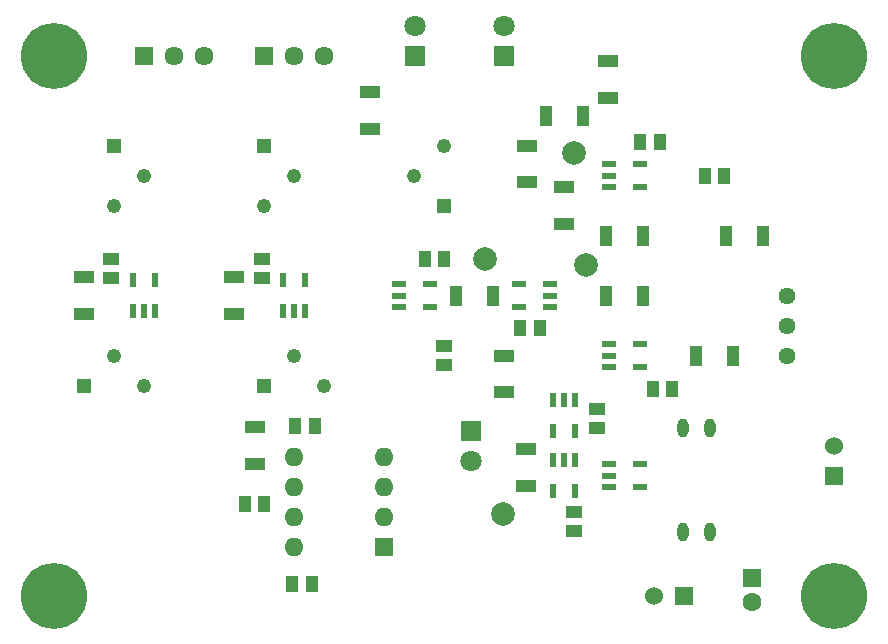
<source format=gbr>
%TF.GenerationSoftware,KiCad,Pcbnew,(6.0.8)*%
%TF.CreationDate,2023-01-11T15:29:57+01:00*%
%TF.ProjectId,BSPD,42535044-2e6b-4696-9361-645f70636258,rev?*%
%TF.SameCoordinates,Original*%
%TF.FileFunction,Soldermask,Top*%
%TF.FilePolarity,Negative*%
%FSLAX46Y46*%
G04 Gerber Fmt 4.6, Leading zero omitted, Abs format (unit mm)*
G04 Created by KiCad (PCBNEW (6.0.8)) date 2023-01-11 15:29:57*
%MOMM*%
%LPD*%
G01*
G04 APERTURE LIST*
%ADD10R,1.800000X1.050000*%
%ADD11C,5.600000*%
%ADD12R,0.600000X1.150000*%
%ADD13R,1.070000X1.470000*%
%ADD14R,1.150000X0.600000*%
%ADD15R,1.530000X1.530000*%
%ADD16C,1.530000*%
%ADD17C,1.440000*%
%ADD18R,1.217000X1.217000*%
%ADD19C,1.217000*%
%ADD20R,1.050000X1.800000*%
%ADD21R,1.600000X1.600000*%
%ADD22O,1.600000X1.600000*%
%ADD23R,1.800000X1.800000*%
%ADD24C,1.800000*%
%ADD25R,1.470000X1.070000*%
%ADD26O,0.950000X1.600000*%
%ADD27C,2.000000*%
%ADD28C,1.600000*%
%ADD29R,1.610000X1.610000*%
%ADD30C,1.610000*%
G04 APERTURE END LIST*
D10*
%TO.C,R16*%
X145937287Y-74709219D03*
X145937287Y-71609219D03*
%TD*%
%TO.C,R15*%
X125811056Y-77326009D03*
X125811056Y-74226009D03*
%TD*%
D11*
%TO.C,REF\u002A\u002A*%
X165100000Y-116840000D03*
%TD*%
D12*
%TO.C,G2*%
X143190000Y-100300000D03*
X142240000Y-100300000D03*
X141290000Y-100300000D03*
X141290000Y-102900000D03*
X143190000Y-102900000D03*
%TD*%
D13*
%TO.C,C7*%
X138510641Y-94192119D03*
X140150641Y-94192119D03*
%TD*%
D11*
%TO.C,REF\u002A\u002A*%
X99060000Y-71120000D03*
%TD*%
D14*
%TO.C,G4*%
X146020000Y-95570000D03*
X146020000Y-96520000D03*
X146020000Y-97470000D03*
X148620000Y-97470000D03*
X148620000Y-95570000D03*
%TD*%
D15*
%TO.C,J4*%
X152400000Y-116840000D03*
D16*
X149860000Y-116840000D03*
%TD*%
D17*
%TO.C,U1*%
X161136000Y-91501500D03*
X161136000Y-94041500D03*
X161136000Y-96581500D03*
%TD*%
D18*
%TO.C,RV5*%
X116840000Y-99060000D03*
D19*
X119380000Y-96520000D03*
X121920000Y-99060000D03*
%TD*%
D20*
%TO.C,R2*%
X133070000Y-91440000D03*
X136170000Y-91440000D03*
%TD*%
D14*
%TO.C,G5*%
X146020000Y-105730000D03*
X146020000Y-106680000D03*
X146020000Y-107630000D03*
X148620000Y-107630000D03*
X148620000Y-105730000D03*
%TD*%
D10*
%TO.C,R4*%
X139052725Y-78749257D03*
X139052725Y-81849257D03*
%TD*%
D21*
%TO.C,TI1*%
X127008945Y-112718181D03*
D22*
X127008945Y-110178181D03*
X127008945Y-107638181D03*
X127008945Y-105098181D03*
X119388945Y-105098181D03*
X119388945Y-107638181D03*
X119388945Y-110178181D03*
X119388945Y-112718181D03*
%TD*%
D23*
%TO.C,D1*%
X134330177Y-102896180D03*
D24*
X134330177Y-105436180D03*
%TD*%
D12*
%TO.C,G3*%
X143190000Y-105380000D03*
X142240000Y-105380000D03*
X141290000Y-105380000D03*
X141290000Y-107980000D03*
X143190000Y-107980000D03*
%TD*%
%TO.C,CP1*%
X105730000Y-92740000D03*
X106680000Y-92740000D03*
X107630000Y-92740000D03*
X107630000Y-90140000D03*
X105730000Y-90140000D03*
%TD*%
D25*
%TO.C,C10*%
X144996793Y-102678091D03*
X144996793Y-101038091D03*
%TD*%
%TO.C,C14*%
X103826525Y-89941713D03*
X103826525Y-88301713D03*
%TD*%
D20*
%TO.C,R7*%
X145770000Y-86360000D03*
X148870000Y-86360000D03*
%TD*%
D13*
%TO.C,C13*%
X149745317Y-99377893D03*
X151385317Y-99377893D03*
%TD*%
D26*
%TO.C,K1*%
X154589465Y-102681097D03*
X152303465Y-102681097D03*
X152303465Y-111481097D03*
X154589465Y-111481097D03*
%TD*%
D27*
%TO.C,TP3*%
X144055444Y-88887924D03*
%TD*%
D11*
%TO.C,REF\u002A\u002A*%
X165100000Y-71120000D03*
%TD*%
D18*
%TO.C,RV1*%
X104140000Y-78740000D03*
D19*
X106680000Y-81280000D03*
X104140000Y-83820000D03*
%TD*%
D18*
%TO.C,RV4*%
X101600000Y-99060000D03*
D19*
X104140000Y-96520000D03*
X106680000Y-99060000D03*
%TD*%
D20*
%TO.C,R8*%
X159030000Y-86360000D03*
X155930000Y-86360000D03*
%TD*%
D13*
%TO.C,C11*%
X148666660Y-78426525D03*
X150306660Y-78426525D03*
%TD*%
D20*
%TO.C,R1*%
X145770000Y-91440000D03*
X148870000Y-91440000D03*
%TD*%
D13*
%TO.C,C2*%
X154120000Y-81280000D03*
X155760000Y-81280000D03*
%TD*%
D18*
%TO.C,RV2*%
X116840000Y-78740000D03*
D19*
X119380000Y-81280000D03*
X116840000Y-83820000D03*
%TD*%
D10*
%TO.C,R11*%
X116054103Y-105661595D03*
X116054103Y-102561595D03*
%TD*%
D11*
%TO.C,REF\u002A\u002A*%
X99060000Y-116840000D03*
%TD*%
D23*
%TO.C,D2*%
X137160000Y-71120000D03*
D24*
X137160000Y-68580000D03*
%TD*%
D15*
%TO.C,J3*%
X165100000Y-106680000D03*
D16*
X165100000Y-104140000D03*
%TD*%
D20*
%TO.C,R12*%
X156490000Y-96520000D03*
X153390000Y-96520000D03*
%TD*%
D23*
%TO.C,D3*%
X129579341Y-71120000D03*
D24*
X129579341Y-68580000D03*
%TD*%
D10*
%TO.C,R14*%
X138991482Y-104461767D03*
X138991482Y-107561767D03*
%TD*%
D13*
%TO.C,C6*%
X119216769Y-115893642D03*
X120856769Y-115893642D03*
%TD*%
D27*
%TO.C,TP1*%
X137051316Y-109908327D03*
%TD*%
D10*
%TO.C,R3*%
X137160000Y-99620000D03*
X137160000Y-96520000D03*
%TD*%
D20*
%TO.C,R6*%
X143790000Y-76200000D03*
X140690000Y-76200000D03*
%TD*%
D21*
%TO.C,C5*%
X158103366Y-115370154D03*
D28*
X158103366Y-117370154D03*
%TD*%
D25*
%TO.C,C12*%
X116657137Y-89974906D03*
X116657137Y-88334906D03*
%TD*%
D29*
%TO.C,J2*%
X116840000Y-71120000D03*
D30*
X119380000Y-71120000D03*
X121920000Y-71120000D03*
%TD*%
D14*
%TO.C,CP3*%
X141000000Y-92390000D03*
X141000000Y-91440000D03*
X141000000Y-90490000D03*
X138400000Y-90490000D03*
X138400000Y-92390000D03*
%TD*%
D13*
%TO.C,C8*%
X132070780Y-88369796D03*
X130430780Y-88369796D03*
%TD*%
D19*
%TO.C,RV3*%
X132080000Y-78740000D03*
X129540000Y-81280000D03*
D18*
X132080000Y-83820000D03*
%TD*%
D13*
%TO.C,C4*%
X116861316Y-109064947D03*
X115221316Y-109064947D03*
%TD*%
D14*
%TO.C,CP4*%
X146020000Y-80330000D03*
X146020000Y-81280000D03*
X146020000Y-82230000D03*
X148620000Y-82230000D03*
X148620000Y-80330000D03*
%TD*%
D10*
%TO.C,R10*%
X114300000Y-92990000D03*
X114300000Y-89890000D03*
%TD*%
D25*
%TO.C,C1*%
X132080000Y-95700000D03*
X132080000Y-97340000D03*
%TD*%
D10*
%TO.C,R9*%
X101600000Y-92990000D03*
X101600000Y-89890000D03*
%TD*%
D14*
%TO.C,G1*%
X128240000Y-90490000D03*
X128240000Y-91440000D03*
X128240000Y-92390000D03*
X130840000Y-92390000D03*
X130840000Y-90490000D03*
%TD*%
D29*
%TO.C,J1*%
X106680000Y-71120000D03*
D30*
X109220000Y-71120000D03*
X111760000Y-71120000D03*
%TD*%
D27*
%TO.C,TP4*%
X135489466Y-88320355D03*
%TD*%
D12*
%TO.C,CP2*%
X118430000Y-92740000D03*
X119380000Y-92740000D03*
X120330000Y-92740000D03*
X120330000Y-90140000D03*
X118430000Y-90140000D03*
%TD*%
D27*
%TO.C,TP2*%
X143095409Y-79329644D03*
%TD*%
D25*
%TO.C,C9*%
X143081373Y-109735008D03*
X143081373Y-111375008D03*
%TD*%
D13*
%TO.C,C3*%
X121101379Y-102505323D03*
X119461379Y-102505323D03*
%TD*%
D10*
%TO.C,R5*%
X142240000Y-82270000D03*
X142240000Y-85370000D03*
%TD*%
M02*

</source>
